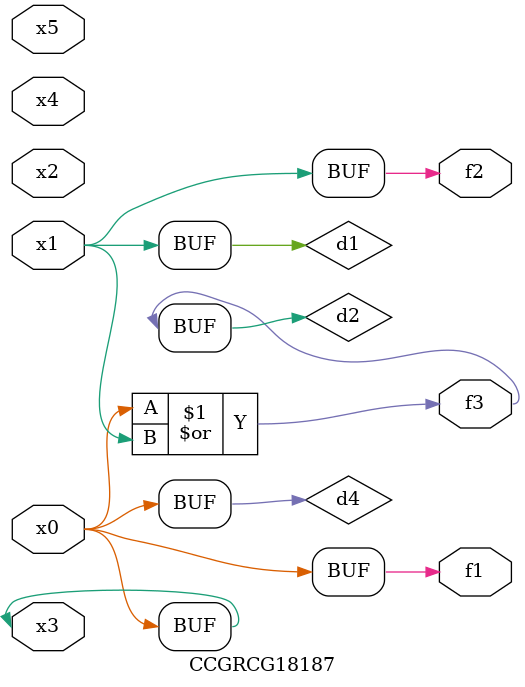
<source format=v>
module CCGRCG18187(
	input x0, x1, x2, x3, x4, x5,
	output f1, f2, f3
);

	wire d1, d2, d3, d4;

	and (d1, x1);
	or (d2, x0, x1);
	nand (d3, x0, x5);
	buf (d4, x0, x3);
	assign f1 = d4;
	assign f2 = d1;
	assign f3 = d2;
endmodule

</source>
